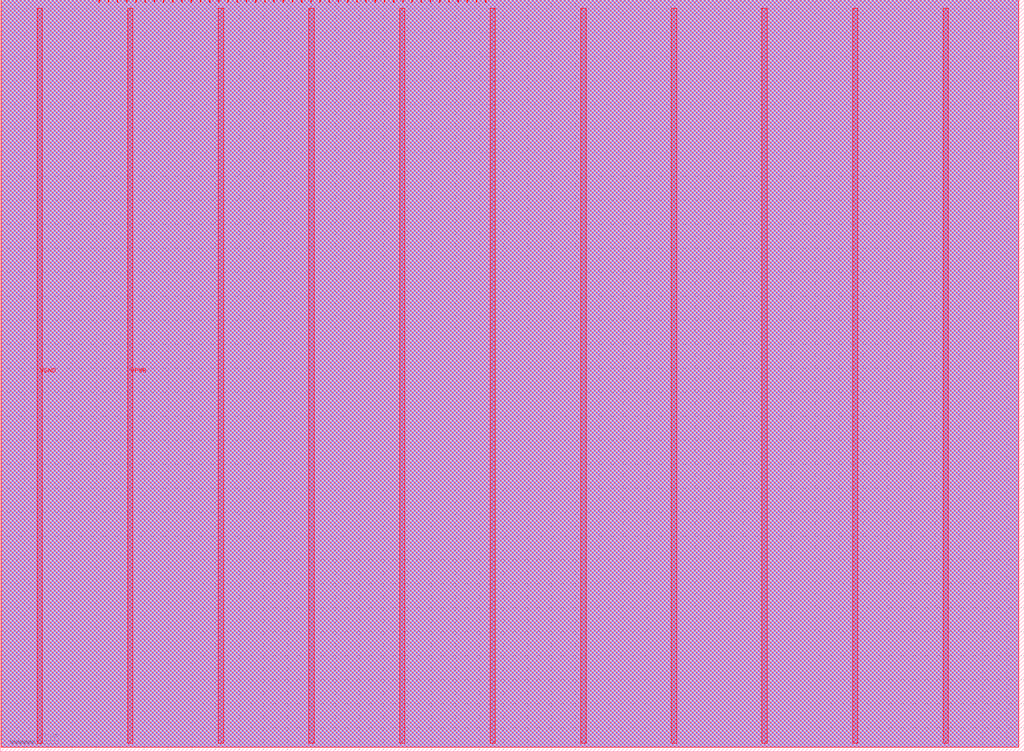
<source format=lef>
VERSION 5.8 ;
BUSBITCHARS "[]" ;
DIVIDERCHAR "/" ;
UNITS
    DATABASE MICRONS 1000 ;
END UNITS

VIA tt_um_MichaelBell_tinyQV_via1_2_2200_440_1_5_410_410
  VIARULE via1Array ;
  CUTSIZE 0.19 0.19 ;
  LAYERS Metal1 Via1 Metal2 ;
  CUTSPACING 0.22 0.22 ;
  ENCLOSURE 0.01 0.125 0.05 0.005 ;
  ROWCOL 1 5 ;
END tt_um_MichaelBell_tinyQV_via1_2_2200_440_1_5_410_410

VIA tt_um_MichaelBell_tinyQV_via2_3_2200_440_1_5_410_410
  VIARULE via2Array ;
  CUTSIZE 0.19 0.19 ;
  LAYERS Metal2 Via2 Metal3 ;
  CUTSPACING 0.22 0.22 ;
  ENCLOSURE 0.05 0.005 0.005 0.05 ;
  ROWCOL 1 5 ;
END tt_um_MichaelBell_tinyQV_via2_3_2200_440_1_5_410_410

VIA tt_um_MichaelBell_tinyQV_via3_4_2200_440_1_5_410_410
  VIARULE via3Array ;
  CUTSIZE 0.19 0.19 ;
  LAYERS Metal3 Via3 Metal4 ;
  CUTSPACING 0.22 0.22 ;
  ENCLOSURE 0.005 0.05 0.05 0.005 ;
  ROWCOL 1 5 ;
END tt_um_MichaelBell_tinyQV_via3_4_2200_440_1_5_410_410

VIA tt_um_MichaelBell_tinyQV_via4_5_2200_440_1_5_410_410
  VIARULE via4Array ;
  CUTSIZE 0.19 0.19 ;
  LAYERS Metal4 Via4 Metal5 ;
  CUTSPACING 0.22 0.22 ;
  ENCLOSURE 0.05 0.005 0.185 0.05 ;
  ROWCOL 1 5 ;
END tt_um_MichaelBell_tinyQV_via4_5_2200_440_1_5_410_410

MACRO tt_um_MichaelBell_tinyQV
  FOREIGN tt_um_MichaelBell_tinyQV 0 0 ;
  CLASS BLOCK ;
  SIZE 427.2 BY 313.74 ;
  PIN clk
    DIRECTION INPUT ;
    USE SIGNAL ;
    PORT
      LAYER Metal5 ;
        RECT  198.57 312.74 198.87 313.74 ;
    END
  END clk
  PIN ena
    DIRECTION INPUT ;
    USE SIGNAL ;
    PORT
      LAYER Metal5 ;
        RECT  202.41 312.74 202.71 313.74 ;
    END
  END ena
  PIN rst_n
    DIRECTION INPUT ;
    USE SIGNAL ;
    PORT
      LAYER Metal5 ;
        RECT  194.73 312.74 195.03 313.74 ;
    END
  END rst_n
  PIN ui_in[0]
    DIRECTION INPUT ;
    USE SIGNAL ;
    PORT
      LAYER Metal5 ;
        RECT  190.89 312.74 191.19 313.74 ;
    END
  END ui_in[0]
  PIN ui_in[1]
    DIRECTION INPUT ;
    USE SIGNAL ;
    PORT
      LAYER Metal5 ;
        RECT  187.05 312.74 187.35 313.74 ;
    END
  END ui_in[1]
  PIN ui_in[2]
    DIRECTION INPUT ;
    USE SIGNAL ;
    PORT
      LAYER Metal5 ;
        RECT  183.21 312.74 183.51 313.74 ;
    END
  END ui_in[2]
  PIN ui_in[3]
    DIRECTION INPUT ;
    USE SIGNAL ;
    PORT
      LAYER Metal5 ;
        RECT  179.37 312.74 179.67 313.74 ;
    END
  END ui_in[3]
  PIN ui_in[4]
    DIRECTION INPUT ;
    USE SIGNAL ;
    PORT
      LAYER Metal5 ;
        RECT  175.53 312.74 175.83 313.74 ;
    END
  END ui_in[4]
  PIN ui_in[5]
    DIRECTION INPUT ;
    USE SIGNAL ;
    PORT
      LAYER Metal5 ;
        RECT  171.69 312.74 171.99 313.74 ;
    END
  END ui_in[5]
  PIN ui_in[6]
    DIRECTION INPUT ;
    USE SIGNAL ;
    PORT
      LAYER Metal5 ;
        RECT  167.85 312.74 168.15 313.74 ;
    END
  END ui_in[6]
  PIN ui_in[7]
    DIRECTION INPUT ;
    USE SIGNAL ;
    PORT
      LAYER Metal5 ;
        RECT  164.01 312.74 164.31 313.74 ;
    END
  END ui_in[7]
  PIN uio_in[0]
    DIRECTION INPUT ;
    USE SIGNAL ;
    PORT
      LAYER Metal5 ;
        RECT  160.17 312.74 160.47 313.74 ;
    END
  END uio_in[0]
  PIN uio_in[1]
    DIRECTION INPUT ;
    USE SIGNAL ;
    PORT
      LAYER Metal5 ;
        RECT  156.33 312.74 156.63 313.74 ;
    END
  END uio_in[1]
  PIN uio_in[2]
    DIRECTION INPUT ;
    USE SIGNAL ;
    PORT
      LAYER Metal5 ;
        RECT  152.49 312.74 152.79 313.74 ;
    END
  END uio_in[2]
  PIN uio_in[3]
    DIRECTION INPUT ;
    USE SIGNAL ;
    PORT
      LAYER Metal5 ;
        RECT  148.65 312.74 148.95 313.74 ;
    END
  END uio_in[3]
  PIN uio_in[4]
    DIRECTION INPUT ;
    USE SIGNAL ;
    PORT
      LAYER Metal5 ;
        RECT  144.81 312.74 145.11 313.74 ;
    END
  END uio_in[4]
  PIN uio_in[5]
    DIRECTION INPUT ;
    USE SIGNAL ;
    PORT
      LAYER Metal5 ;
        RECT  140.97 312.74 141.27 313.74 ;
    END
  END uio_in[5]
  PIN uio_in[6]
    DIRECTION INPUT ;
    USE SIGNAL ;
    PORT
      LAYER Metal5 ;
        RECT  137.13 312.74 137.43 313.74 ;
    END
  END uio_in[6]
  PIN uio_in[7]
    DIRECTION INPUT ;
    USE SIGNAL ;
    PORT
      LAYER Metal5 ;
        RECT  133.29 312.74 133.59 313.74 ;
    END
  END uio_in[7]
  PIN uio_oe[0]
    DIRECTION OUTPUT ;
    USE SIGNAL ;
    PORT
      LAYER Metal5 ;
        RECT  68.01 312.74 68.31 313.74 ;
    END
  END uio_oe[0]
  PIN uio_oe[1]
    DIRECTION OUTPUT ;
    USE SIGNAL ;
    PORT
      LAYER Metal5 ;
        RECT  64.17 312.74 64.47 313.74 ;
    END
  END uio_oe[1]
  PIN uio_oe[2]
    DIRECTION OUTPUT ;
    USE SIGNAL ;
    PORT
      LAYER Metal5 ;
        RECT  60.33 312.74 60.63 313.74 ;
    END
  END uio_oe[2]
  PIN uio_oe[3]
    DIRECTION OUTPUT ;
    USE SIGNAL ;
    PORT
      LAYER Metal5 ;
        RECT  56.49 312.74 56.79 313.74 ;
    END
  END uio_oe[3]
  PIN uio_oe[4]
    DIRECTION OUTPUT ;
    USE SIGNAL ;
    PORT
      LAYER Metal5 ;
        RECT  52.65 312.74 52.95 313.74 ;
    END
  END uio_oe[4]
  PIN uio_oe[5]
    DIRECTION OUTPUT ;
    USE SIGNAL ;
    PORT
      LAYER Metal5 ;
        RECT  48.81 312.74 49.11 313.74 ;
    END
  END uio_oe[5]
  PIN uio_oe[6]
    DIRECTION OUTPUT ;
    USE SIGNAL ;
    PORT
      LAYER Metal5 ;
        RECT  44.97 312.74 45.27 313.74 ;
    END
  END uio_oe[6]
  PIN uio_oe[7]
    DIRECTION OUTPUT ;
    USE SIGNAL ;
    PORT
      LAYER Metal5 ;
        RECT  41.13 312.74 41.43 313.74 ;
    END
  END uio_oe[7]
  PIN uio_out[0]
    DIRECTION OUTPUT ;
    USE SIGNAL ;
    PORT
      LAYER Metal5 ;
        RECT  98.73 312.74 99.03 313.74 ;
    END
  END uio_out[0]
  PIN uio_out[1]
    DIRECTION OUTPUT ;
    USE SIGNAL ;
    PORT
      LAYER Metal5 ;
        RECT  94.89 312.74 95.19 313.74 ;
    END
  END uio_out[1]
  PIN uio_out[2]
    DIRECTION OUTPUT ;
    USE SIGNAL ;
    PORT
      LAYER Metal5 ;
        RECT  91.05 312.74 91.35 313.74 ;
    END
  END uio_out[2]
  PIN uio_out[3]
    DIRECTION OUTPUT ;
    USE SIGNAL ;
    PORT
      LAYER Metal5 ;
        RECT  87.21 312.74 87.51 313.74 ;
    END
  END uio_out[3]
  PIN uio_out[4]
    DIRECTION OUTPUT ;
    USE SIGNAL ;
    PORT
      LAYER Metal5 ;
        RECT  83.37 312.74 83.67 313.74 ;
    END
  END uio_out[4]
  PIN uio_out[5]
    DIRECTION OUTPUT ;
    USE SIGNAL ;
    PORT
      LAYER Metal5 ;
        RECT  79.53 312.74 79.83 313.74 ;
    END
  END uio_out[5]
  PIN uio_out[6]
    DIRECTION OUTPUT ;
    USE SIGNAL ;
    PORT
      LAYER Metal5 ;
        RECT  75.69 312.74 75.99 313.74 ;
    END
  END uio_out[6]
  PIN uio_out[7]
    DIRECTION OUTPUT ;
    USE SIGNAL ;
    PORT
      LAYER Metal5 ;
        RECT  71.85 312.74 72.15 313.74 ;
    END
  END uio_out[7]
  PIN uo_out[0]
    DIRECTION OUTPUT ;
    USE SIGNAL ;
    PORT
      LAYER Metal5 ;
        RECT  129.45 312.74 129.75 313.74 ;
    END
  END uo_out[0]
  PIN uo_out[1]
    DIRECTION OUTPUT ;
    USE SIGNAL ;
    PORT
      LAYER Metal5 ;
        RECT  125.61 312.74 125.91 313.74 ;
    END
  END uo_out[1]
  PIN uo_out[2]
    DIRECTION OUTPUT ;
    USE SIGNAL ;
    PORT
      LAYER Metal5 ;
        RECT  121.77 312.74 122.07 313.74 ;
    END
  END uo_out[2]
  PIN uo_out[3]
    DIRECTION OUTPUT ;
    USE SIGNAL ;
    PORT
      LAYER Metal5 ;
        RECT  117.93 312.74 118.23 313.74 ;
    END
  END uo_out[3]
  PIN uo_out[4]
    DIRECTION OUTPUT ;
    USE SIGNAL ;
    PORT
      LAYER Metal5 ;
        RECT  114.09 312.74 114.39 313.74 ;
    END
  END uo_out[4]
  PIN uo_out[5]
    DIRECTION OUTPUT ;
    USE SIGNAL ;
    PORT
      LAYER Metal5 ;
        RECT  110.25 312.74 110.55 313.74 ;
    END
  END uo_out[5]
  PIN uo_out[6]
    DIRECTION OUTPUT ;
    USE SIGNAL ;
    PORT
      LAYER Metal5 ;
        RECT  106.41 312.74 106.71 313.74 ;
    END
  END uo_out[6]
  PIN uo_out[7]
    DIRECTION OUTPUT ;
    USE SIGNAL ;
    PORT
      LAYER Metal5 ;
        RECT  102.57 312.74 102.87 313.74 ;
    END
  END uo_out[7]
  PIN VGND
    DIRECTION INOUT ;
    USE GROUND ;
    PORT
      LAYER Metal5 ;
        RECT  393.38 3.56 395.58 310.18 ;
        RECT  317.78 3.56 319.98 310.18 ;
        RECT  242.18 3.56 244.38 310.18 ;
        RECT  166.58 3.56 168.78 310.18 ;
        RECT  90.98 3.56 93.18 310.18 ;
        RECT  15.38 3.56 17.58 310.18 ;
    END
  END VGND
  PIN VPWR
    DIRECTION INOUT ;
    USE POWER ;
    PORT
      LAYER Metal5 ;
        RECT  355.58 3.56 357.78 310.18 ;
        RECT  279.98 3.56 282.18 310.18 ;
        RECT  204.38 3.56 206.58 310.18 ;
        RECT  128.78 3.56 130.98 310.18 ;
        RECT  53.18 3.56 55.38 310.18 ;
    END
  END VPWR
  OBS
    LAYER Metal1 ;
     RECT  0.335 1.955 424.945 313.74 ;
    LAYER Metal2 ;
     RECT  0.335 1.955 424.945 313.74 ;
    LAYER Metal3 ;
     RECT  0.335 1.955 424.945 313.74 ;
    LAYER Metal4 ;
     RECT  0.335 1.955 424.945 313.74 ;
    LAYER Metal5 ;
     RECT  0.335 1.955 424.945 313.74 ;
  END
END tt_um_MichaelBell_tinyQV
END LIBRARY

</source>
